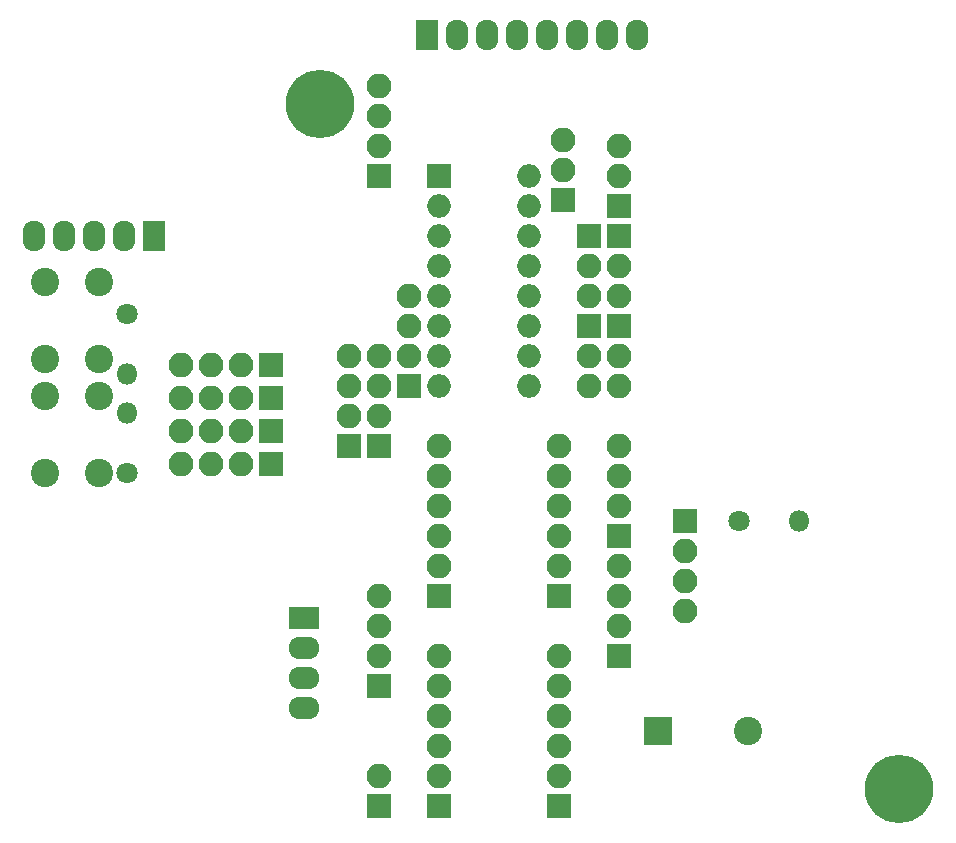
<source format=gbs>
G04 #@! TF.FileFunction,Soldermask,Bot*
%FSLAX46Y46*%
G04 Gerber Fmt 4.6, Leading zero omitted, Abs format (unit mm)*
G04 Created by KiCad (PCBNEW 4.0.5) date 11/29/17 15:11:43*
%MOMM*%
%LPD*%
G01*
G04 APERTURE LIST*
%ADD10C,0.100000*%
%ADD11C,5.800000*%
%ADD12C,3.100000*%
%ADD13R,2.100000X2.100000*%
%ADD14O,2.100000X2.100000*%
%ADD15R,2.000000X2.000000*%
%ADD16O,2.000000X2.000000*%
%ADD17R,2.599640X1.924000*%
%ADD18O,2.599640X1.924000*%
%ADD19R,1.924000X2.599640*%
%ADD20O,1.924000X2.599640*%
%ADD21C,2.400000*%
%ADD22R,2.400000X2.400000*%
%ADD23C,1.800000*%
%ADD24O,1.800000X1.800000*%
G04 APERTURE END LIST*
D10*
D11*
X173540000Y-123000000D03*
D12*
X173540000Y-123000000D03*
X124540000Y-65000000D03*
D13*
X145135600Y-73152000D03*
D14*
X145135600Y-70612000D03*
X145135600Y-68072000D03*
D15*
X134620000Y-71120000D03*
D16*
X142240000Y-88900000D03*
X134620000Y-73660000D03*
X142240000Y-86360000D03*
X134620000Y-76200000D03*
X142240000Y-83820000D03*
X134620000Y-78740000D03*
X142240000Y-81280000D03*
X134620000Y-81280000D03*
X142240000Y-78740000D03*
X134620000Y-83820000D03*
X142240000Y-76200000D03*
X134620000Y-86360000D03*
X142240000Y-73660000D03*
X134620000Y-88900000D03*
X142240000Y-71120000D03*
D14*
X134620000Y-93980000D03*
X134620000Y-96520000D03*
X134620000Y-99060000D03*
X134620000Y-101600000D03*
X134620000Y-104140000D03*
D13*
X134620000Y-106680000D03*
X144780000Y-106680000D03*
D14*
X144780000Y-104140000D03*
X144780000Y-101600000D03*
X144780000Y-99060000D03*
X144780000Y-96520000D03*
X144780000Y-93980000D03*
X134620000Y-111760000D03*
X134620000Y-114300000D03*
X134620000Y-116840000D03*
X134620000Y-119380000D03*
X134620000Y-121920000D03*
D13*
X134620000Y-124460000D03*
X144780000Y-124460000D03*
D14*
X144780000Y-121920000D03*
X144780000Y-119380000D03*
X144780000Y-116840000D03*
X144780000Y-114300000D03*
X144780000Y-111760000D03*
D13*
X149860000Y-101600000D03*
D14*
X149860000Y-99060000D03*
X149860000Y-96520000D03*
X149860000Y-93980000D03*
D13*
X149860000Y-76200000D03*
D14*
X149860000Y-78740000D03*
X149860000Y-81280000D03*
D13*
X147320000Y-76200000D03*
D14*
X147320000Y-78740000D03*
X147320000Y-81280000D03*
D13*
X149860000Y-83820000D03*
D14*
X149860000Y-86360000D03*
X149860000Y-88900000D03*
D13*
X147320000Y-83820000D03*
D14*
X147320000Y-86360000D03*
X147320000Y-88900000D03*
D13*
X129540000Y-93980000D03*
D14*
X129540000Y-91440000D03*
X129540000Y-88900000D03*
X129540000Y-86360000D03*
D13*
X129540000Y-114300000D03*
D14*
X129540000Y-111760000D03*
X129540000Y-109220000D03*
X129540000Y-106680000D03*
D13*
X127000000Y-93980000D03*
D14*
X127000000Y-91440000D03*
X127000000Y-88900000D03*
X127000000Y-86360000D03*
D13*
X149860000Y-111760000D03*
D14*
X149860000Y-109220000D03*
X149860000Y-106680000D03*
X149860000Y-104140000D03*
D13*
X149860000Y-73660000D03*
D14*
X149860000Y-71120000D03*
X149860000Y-68580000D03*
D13*
X132080000Y-88900000D03*
D14*
X132080000Y-86360000D03*
X132080000Y-83820000D03*
X132080000Y-81280000D03*
D17*
X123190000Y-108585000D03*
D18*
X123190000Y-111125000D03*
X123190000Y-113665000D03*
X123190000Y-116205000D03*
D13*
X129540000Y-124460000D03*
D14*
X129540000Y-121920000D03*
D19*
X110490000Y-76200000D03*
D20*
X107950000Y-76200000D03*
X105410000Y-76200000D03*
X102870000Y-76200000D03*
X100330000Y-76200000D03*
D19*
X133604000Y-59182000D03*
D20*
X136144000Y-59182000D03*
X138684000Y-59182000D03*
X141224000Y-59182000D03*
X143764000Y-59182000D03*
X146304000Y-59182000D03*
X148844000Y-59182000D03*
X151384000Y-59182000D03*
D21*
X101291000Y-89789000D03*
X105791000Y-89789000D03*
X101291000Y-96289000D03*
X105791000Y-96289000D03*
X101291000Y-80137000D03*
X105791000Y-80137000D03*
X101291000Y-86637000D03*
X105791000Y-86637000D03*
D13*
X155448000Y-100330000D03*
D14*
X155448000Y-102870000D03*
X155448000Y-105410000D03*
X155448000Y-107950000D03*
D13*
X120396000Y-87122000D03*
D14*
X117856000Y-87122000D03*
X115316000Y-87122000D03*
X112776000Y-87122000D03*
D13*
X120396000Y-89916000D03*
D14*
X117856000Y-89916000D03*
X115316000Y-89916000D03*
X112776000Y-89916000D03*
D13*
X120396000Y-92710000D03*
D14*
X117856000Y-92710000D03*
X115316000Y-92710000D03*
X112776000Y-92710000D03*
D13*
X120396000Y-95504000D03*
D14*
X117856000Y-95504000D03*
X115316000Y-95504000D03*
X112776000Y-95504000D03*
D13*
X129540000Y-71125080D03*
D14*
X129540000Y-68585080D03*
X129540000Y-66045080D03*
X129540000Y-63505080D03*
D11*
X124540000Y-65000000D03*
D22*
X153162000Y-118110000D03*
D21*
X160762000Y-118110000D03*
D23*
X160020000Y-100330000D03*
D24*
X165100000Y-100330000D03*
D23*
X108204000Y-82804000D03*
D24*
X108204000Y-87884000D03*
D23*
X108204000Y-96266000D03*
D24*
X108204000Y-91186000D03*
M02*

</source>
